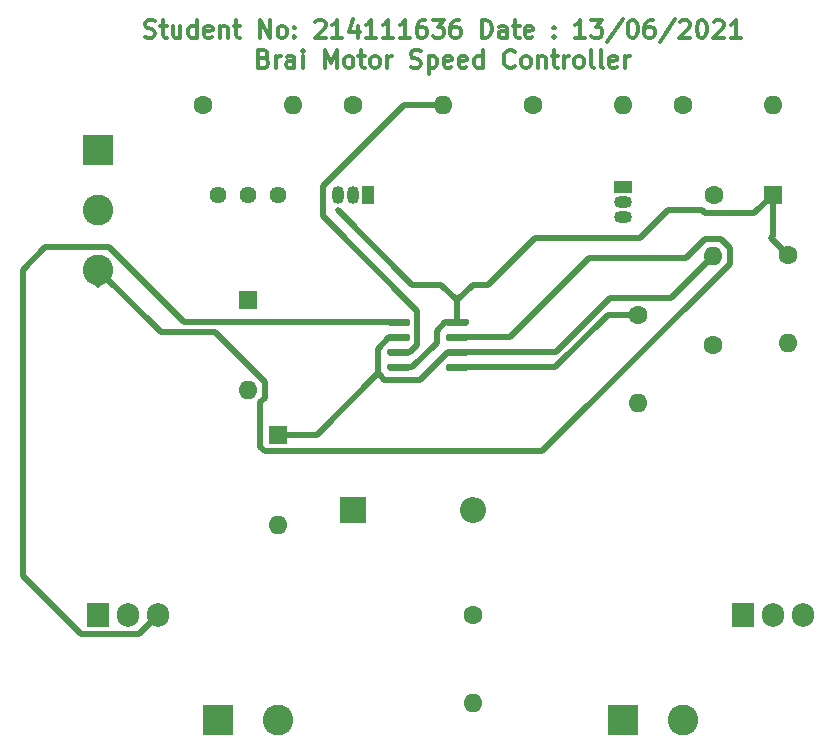
<source format=gtl>
%TF.GenerationSoftware,KiCad,Pcbnew,(5.1.8)-1*%
%TF.CreationDate,2021-07-02T06:17:21+02:00*%
%TF.ProjectId,Assignment2,41737369-676e-46d6-956e-74322e6b6963,rev?*%
%TF.SameCoordinates,Original*%
%TF.FileFunction,Copper,L1,Top*%
%TF.FilePolarity,Positive*%
%FSLAX46Y46*%
G04 Gerber Fmt 4.6, Leading zero omitted, Abs format (unit mm)*
G04 Created by KiCad (PCBNEW (5.1.8)-1) date 2021-07-02 06:17:21*
%MOMM*%
%LPD*%
G01*
G04 APERTURE LIST*
%TA.AperFunction,NonConductor*%
%ADD10C,0.300000*%
%TD*%
%TA.AperFunction,ComponentPad*%
%ADD11O,1.905000X2.000000*%
%TD*%
%TA.AperFunction,ComponentPad*%
%ADD12R,1.905000X2.000000*%
%TD*%
%TA.AperFunction,ComponentPad*%
%ADD13C,1.600000*%
%TD*%
%TA.AperFunction,ComponentPad*%
%ADD14O,1.600000X1.600000*%
%TD*%
%TA.AperFunction,ComponentPad*%
%ADD15R,1.600000X1.600000*%
%TD*%
%TA.AperFunction,ComponentPad*%
%ADD16R,2.200000X2.200000*%
%TD*%
%TA.AperFunction,ComponentPad*%
%ADD17O,2.200000X2.200000*%
%TD*%
%TA.AperFunction,ComponentPad*%
%ADD18O,1.050000X1.500000*%
%TD*%
%TA.AperFunction,ComponentPad*%
%ADD19R,1.050000X1.500000*%
%TD*%
%TA.AperFunction,ComponentPad*%
%ADD20R,1.500000X1.050000*%
%TD*%
%TA.AperFunction,ComponentPad*%
%ADD21O,1.500000X1.050000*%
%TD*%
%TA.AperFunction,ComponentPad*%
%ADD22C,1.440000*%
%TD*%
%TA.AperFunction,ComponentPad*%
%ADD23C,2.600000*%
%TD*%
%TA.AperFunction,ComponentPad*%
%ADD24R,2.600000X2.600000*%
%TD*%
%TA.AperFunction,Conductor*%
%ADD25C,0.508000*%
%TD*%
G04 APERTURE END LIST*
D10*
X87235714Y-39972142D02*
X87450000Y-40043571D01*
X87807142Y-40043571D01*
X87950000Y-39972142D01*
X88021428Y-39900714D01*
X88092857Y-39757857D01*
X88092857Y-39615000D01*
X88021428Y-39472142D01*
X87950000Y-39400714D01*
X87807142Y-39329285D01*
X87521428Y-39257857D01*
X87378571Y-39186428D01*
X87307142Y-39115000D01*
X87235714Y-38972142D01*
X87235714Y-38829285D01*
X87307142Y-38686428D01*
X87378571Y-38615000D01*
X87521428Y-38543571D01*
X87878571Y-38543571D01*
X88092857Y-38615000D01*
X88521428Y-39043571D02*
X89092857Y-39043571D01*
X88735714Y-38543571D02*
X88735714Y-39829285D01*
X88807142Y-39972142D01*
X88950000Y-40043571D01*
X89092857Y-40043571D01*
X90235714Y-39043571D02*
X90235714Y-40043571D01*
X89592857Y-39043571D02*
X89592857Y-39829285D01*
X89664285Y-39972142D01*
X89807142Y-40043571D01*
X90021428Y-40043571D01*
X90164285Y-39972142D01*
X90235714Y-39900714D01*
X91592857Y-40043571D02*
X91592857Y-38543571D01*
X91592857Y-39972142D02*
X91450000Y-40043571D01*
X91164285Y-40043571D01*
X91021428Y-39972142D01*
X90950000Y-39900714D01*
X90878571Y-39757857D01*
X90878571Y-39329285D01*
X90950000Y-39186428D01*
X91021428Y-39115000D01*
X91164285Y-39043571D01*
X91450000Y-39043571D01*
X91592857Y-39115000D01*
X92878571Y-39972142D02*
X92735714Y-40043571D01*
X92450000Y-40043571D01*
X92307142Y-39972142D01*
X92235714Y-39829285D01*
X92235714Y-39257857D01*
X92307142Y-39115000D01*
X92450000Y-39043571D01*
X92735714Y-39043571D01*
X92878571Y-39115000D01*
X92950000Y-39257857D01*
X92950000Y-39400714D01*
X92235714Y-39543571D01*
X93592857Y-39043571D02*
X93592857Y-40043571D01*
X93592857Y-39186428D02*
X93664285Y-39115000D01*
X93807142Y-39043571D01*
X94021428Y-39043571D01*
X94164285Y-39115000D01*
X94235714Y-39257857D01*
X94235714Y-40043571D01*
X94735714Y-39043571D02*
X95307142Y-39043571D01*
X94950000Y-38543571D02*
X94950000Y-39829285D01*
X95021428Y-39972142D01*
X95164285Y-40043571D01*
X95307142Y-40043571D01*
X96950000Y-40043571D02*
X96950000Y-38543571D01*
X97807142Y-40043571D01*
X97807142Y-38543571D01*
X98735714Y-40043571D02*
X98592857Y-39972142D01*
X98521428Y-39900714D01*
X98450000Y-39757857D01*
X98450000Y-39329285D01*
X98521428Y-39186428D01*
X98592857Y-39115000D01*
X98735714Y-39043571D01*
X98950000Y-39043571D01*
X99092857Y-39115000D01*
X99164285Y-39186428D01*
X99235714Y-39329285D01*
X99235714Y-39757857D01*
X99164285Y-39900714D01*
X99092857Y-39972142D01*
X98950000Y-40043571D01*
X98735714Y-40043571D01*
X99878571Y-39900714D02*
X99950000Y-39972142D01*
X99878571Y-40043571D01*
X99807142Y-39972142D01*
X99878571Y-39900714D01*
X99878571Y-40043571D01*
X99878571Y-39115000D02*
X99950000Y-39186428D01*
X99878571Y-39257857D01*
X99807142Y-39186428D01*
X99878571Y-39115000D01*
X99878571Y-39257857D01*
X101664285Y-38686428D02*
X101735714Y-38615000D01*
X101878571Y-38543571D01*
X102235714Y-38543571D01*
X102378571Y-38615000D01*
X102450000Y-38686428D01*
X102521428Y-38829285D01*
X102521428Y-38972142D01*
X102450000Y-39186428D01*
X101592857Y-40043571D01*
X102521428Y-40043571D01*
X103950000Y-40043571D02*
X103092857Y-40043571D01*
X103521428Y-40043571D02*
X103521428Y-38543571D01*
X103378571Y-38757857D01*
X103235714Y-38900714D01*
X103092857Y-38972142D01*
X105235714Y-39043571D02*
X105235714Y-40043571D01*
X104878571Y-38472142D02*
X104521428Y-39543571D01*
X105450000Y-39543571D01*
X106807142Y-40043571D02*
X105950000Y-40043571D01*
X106378571Y-40043571D02*
X106378571Y-38543571D01*
X106235714Y-38757857D01*
X106092857Y-38900714D01*
X105950000Y-38972142D01*
X108235714Y-40043571D02*
X107378571Y-40043571D01*
X107807142Y-40043571D02*
X107807142Y-38543571D01*
X107664285Y-38757857D01*
X107521428Y-38900714D01*
X107378571Y-38972142D01*
X109664285Y-40043571D02*
X108807142Y-40043571D01*
X109235714Y-40043571D02*
X109235714Y-38543571D01*
X109092857Y-38757857D01*
X108950000Y-38900714D01*
X108807142Y-38972142D01*
X110950000Y-38543571D02*
X110664285Y-38543571D01*
X110521428Y-38615000D01*
X110450000Y-38686428D01*
X110307142Y-38900714D01*
X110235714Y-39186428D01*
X110235714Y-39757857D01*
X110307142Y-39900714D01*
X110378571Y-39972142D01*
X110521428Y-40043571D01*
X110807142Y-40043571D01*
X110950000Y-39972142D01*
X111021428Y-39900714D01*
X111092857Y-39757857D01*
X111092857Y-39400714D01*
X111021428Y-39257857D01*
X110950000Y-39186428D01*
X110807142Y-39115000D01*
X110521428Y-39115000D01*
X110378571Y-39186428D01*
X110307142Y-39257857D01*
X110235714Y-39400714D01*
X111592857Y-38543571D02*
X112521428Y-38543571D01*
X112021428Y-39115000D01*
X112235714Y-39115000D01*
X112378571Y-39186428D01*
X112450000Y-39257857D01*
X112521428Y-39400714D01*
X112521428Y-39757857D01*
X112450000Y-39900714D01*
X112378571Y-39972142D01*
X112235714Y-40043571D01*
X111807142Y-40043571D01*
X111664285Y-39972142D01*
X111592857Y-39900714D01*
X113807142Y-38543571D02*
X113521428Y-38543571D01*
X113378571Y-38615000D01*
X113307142Y-38686428D01*
X113164285Y-38900714D01*
X113092857Y-39186428D01*
X113092857Y-39757857D01*
X113164285Y-39900714D01*
X113235714Y-39972142D01*
X113378571Y-40043571D01*
X113664285Y-40043571D01*
X113807142Y-39972142D01*
X113878571Y-39900714D01*
X113950000Y-39757857D01*
X113950000Y-39400714D01*
X113878571Y-39257857D01*
X113807142Y-39186428D01*
X113664285Y-39115000D01*
X113378571Y-39115000D01*
X113235714Y-39186428D01*
X113164285Y-39257857D01*
X113092857Y-39400714D01*
X115735714Y-40043571D02*
X115735714Y-38543571D01*
X116092857Y-38543571D01*
X116307142Y-38615000D01*
X116450000Y-38757857D01*
X116521428Y-38900714D01*
X116592857Y-39186428D01*
X116592857Y-39400714D01*
X116521428Y-39686428D01*
X116450000Y-39829285D01*
X116307142Y-39972142D01*
X116092857Y-40043571D01*
X115735714Y-40043571D01*
X117878571Y-40043571D02*
X117878571Y-39257857D01*
X117807142Y-39115000D01*
X117664285Y-39043571D01*
X117378571Y-39043571D01*
X117235714Y-39115000D01*
X117878571Y-39972142D02*
X117735714Y-40043571D01*
X117378571Y-40043571D01*
X117235714Y-39972142D01*
X117164285Y-39829285D01*
X117164285Y-39686428D01*
X117235714Y-39543571D01*
X117378571Y-39472142D01*
X117735714Y-39472142D01*
X117878571Y-39400714D01*
X118378571Y-39043571D02*
X118950000Y-39043571D01*
X118592857Y-38543571D02*
X118592857Y-39829285D01*
X118664285Y-39972142D01*
X118807142Y-40043571D01*
X118950000Y-40043571D01*
X120021428Y-39972142D02*
X119878571Y-40043571D01*
X119592857Y-40043571D01*
X119450000Y-39972142D01*
X119378571Y-39829285D01*
X119378571Y-39257857D01*
X119450000Y-39115000D01*
X119592857Y-39043571D01*
X119878571Y-39043571D01*
X120021428Y-39115000D01*
X120092857Y-39257857D01*
X120092857Y-39400714D01*
X119378571Y-39543571D01*
X121878571Y-39900714D02*
X121950000Y-39972142D01*
X121878571Y-40043571D01*
X121807142Y-39972142D01*
X121878571Y-39900714D01*
X121878571Y-40043571D01*
X121878571Y-39115000D02*
X121950000Y-39186428D01*
X121878571Y-39257857D01*
X121807142Y-39186428D01*
X121878571Y-39115000D01*
X121878571Y-39257857D01*
X124521428Y-40043571D02*
X123664285Y-40043571D01*
X124092857Y-40043571D02*
X124092857Y-38543571D01*
X123950000Y-38757857D01*
X123807142Y-38900714D01*
X123664285Y-38972142D01*
X125021428Y-38543571D02*
X125950000Y-38543571D01*
X125450000Y-39115000D01*
X125664285Y-39115000D01*
X125807142Y-39186428D01*
X125878571Y-39257857D01*
X125950000Y-39400714D01*
X125950000Y-39757857D01*
X125878571Y-39900714D01*
X125807142Y-39972142D01*
X125664285Y-40043571D01*
X125235714Y-40043571D01*
X125092857Y-39972142D01*
X125021428Y-39900714D01*
X127664285Y-38472142D02*
X126378571Y-40400714D01*
X128450000Y-38543571D02*
X128592857Y-38543571D01*
X128735714Y-38615000D01*
X128807142Y-38686428D01*
X128878571Y-38829285D01*
X128950000Y-39115000D01*
X128950000Y-39472142D01*
X128878571Y-39757857D01*
X128807142Y-39900714D01*
X128735714Y-39972142D01*
X128592857Y-40043571D01*
X128450000Y-40043571D01*
X128307142Y-39972142D01*
X128235714Y-39900714D01*
X128164285Y-39757857D01*
X128092857Y-39472142D01*
X128092857Y-39115000D01*
X128164285Y-38829285D01*
X128235714Y-38686428D01*
X128307142Y-38615000D01*
X128450000Y-38543571D01*
X130235714Y-38543571D02*
X129950000Y-38543571D01*
X129807142Y-38615000D01*
X129735714Y-38686428D01*
X129592857Y-38900714D01*
X129521428Y-39186428D01*
X129521428Y-39757857D01*
X129592857Y-39900714D01*
X129664285Y-39972142D01*
X129807142Y-40043571D01*
X130092857Y-40043571D01*
X130235714Y-39972142D01*
X130307142Y-39900714D01*
X130378571Y-39757857D01*
X130378571Y-39400714D01*
X130307142Y-39257857D01*
X130235714Y-39186428D01*
X130092857Y-39115000D01*
X129807142Y-39115000D01*
X129664285Y-39186428D01*
X129592857Y-39257857D01*
X129521428Y-39400714D01*
X132092857Y-38472142D02*
X130807142Y-40400714D01*
X132521428Y-38686428D02*
X132592857Y-38615000D01*
X132735714Y-38543571D01*
X133092857Y-38543571D01*
X133235714Y-38615000D01*
X133307142Y-38686428D01*
X133378571Y-38829285D01*
X133378571Y-38972142D01*
X133307142Y-39186428D01*
X132450000Y-40043571D01*
X133378571Y-40043571D01*
X134307142Y-38543571D02*
X134450000Y-38543571D01*
X134592857Y-38615000D01*
X134664285Y-38686428D01*
X134735714Y-38829285D01*
X134807142Y-39115000D01*
X134807142Y-39472142D01*
X134735714Y-39757857D01*
X134664285Y-39900714D01*
X134592857Y-39972142D01*
X134450000Y-40043571D01*
X134307142Y-40043571D01*
X134164285Y-39972142D01*
X134092857Y-39900714D01*
X134021428Y-39757857D01*
X133950000Y-39472142D01*
X133950000Y-39115000D01*
X134021428Y-38829285D01*
X134092857Y-38686428D01*
X134164285Y-38615000D01*
X134307142Y-38543571D01*
X135378571Y-38686428D02*
X135450000Y-38615000D01*
X135592857Y-38543571D01*
X135950000Y-38543571D01*
X136092857Y-38615000D01*
X136164285Y-38686428D01*
X136235714Y-38829285D01*
X136235714Y-38972142D01*
X136164285Y-39186428D01*
X135307142Y-40043571D01*
X136235714Y-40043571D01*
X137664285Y-40043571D02*
X136807142Y-40043571D01*
X137235714Y-40043571D02*
X137235714Y-38543571D01*
X137092857Y-38757857D01*
X136950000Y-38900714D01*
X136807142Y-38972142D01*
X97307142Y-41807857D02*
X97521428Y-41879285D01*
X97592857Y-41950714D01*
X97664285Y-42093571D01*
X97664285Y-42307857D01*
X97592857Y-42450714D01*
X97521428Y-42522142D01*
X97378571Y-42593571D01*
X96807142Y-42593571D01*
X96807142Y-41093571D01*
X97307142Y-41093571D01*
X97449999Y-41165000D01*
X97521428Y-41236428D01*
X97592857Y-41379285D01*
X97592857Y-41522142D01*
X97521428Y-41665000D01*
X97449999Y-41736428D01*
X97307142Y-41807857D01*
X96807142Y-41807857D01*
X98307142Y-42593571D02*
X98307142Y-41593571D01*
X98307142Y-41879285D02*
X98378571Y-41736428D01*
X98449999Y-41665000D01*
X98592857Y-41593571D01*
X98735714Y-41593571D01*
X99878571Y-42593571D02*
X99878571Y-41807857D01*
X99807142Y-41665000D01*
X99664285Y-41593571D01*
X99378571Y-41593571D01*
X99235714Y-41665000D01*
X99878571Y-42522142D02*
X99735714Y-42593571D01*
X99378571Y-42593571D01*
X99235714Y-42522142D01*
X99164285Y-42379285D01*
X99164285Y-42236428D01*
X99235714Y-42093571D01*
X99378571Y-42022142D01*
X99735714Y-42022142D01*
X99878571Y-41950714D01*
X100592857Y-42593571D02*
X100592857Y-41593571D01*
X100592857Y-41093571D02*
X100521428Y-41165000D01*
X100592857Y-41236428D01*
X100664285Y-41165000D01*
X100592857Y-41093571D01*
X100592857Y-41236428D01*
X102449999Y-42593571D02*
X102449999Y-41093571D01*
X102949999Y-42165000D01*
X103449999Y-41093571D01*
X103449999Y-42593571D01*
X104378571Y-42593571D02*
X104235714Y-42522142D01*
X104164285Y-42450714D01*
X104092857Y-42307857D01*
X104092857Y-41879285D01*
X104164285Y-41736428D01*
X104235714Y-41665000D01*
X104378571Y-41593571D01*
X104592857Y-41593571D01*
X104735714Y-41665000D01*
X104807142Y-41736428D01*
X104878571Y-41879285D01*
X104878571Y-42307857D01*
X104807142Y-42450714D01*
X104735714Y-42522142D01*
X104592857Y-42593571D01*
X104378571Y-42593571D01*
X105307142Y-41593571D02*
X105878571Y-41593571D01*
X105521428Y-41093571D02*
X105521428Y-42379285D01*
X105592857Y-42522142D01*
X105735714Y-42593571D01*
X105878571Y-42593571D01*
X106592857Y-42593571D02*
X106449999Y-42522142D01*
X106378571Y-42450714D01*
X106307142Y-42307857D01*
X106307142Y-41879285D01*
X106378571Y-41736428D01*
X106449999Y-41665000D01*
X106592857Y-41593571D01*
X106807142Y-41593571D01*
X106949999Y-41665000D01*
X107021428Y-41736428D01*
X107092857Y-41879285D01*
X107092857Y-42307857D01*
X107021428Y-42450714D01*
X106949999Y-42522142D01*
X106807142Y-42593571D01*
X106592857Y-42593571D01*
X107735714Y-42593571D02*
X107735714Y-41593571D01*
X107735714Y-41879285D02*
X107807142Y-41736428D01*
X107878571Y-41665000D01*
X108021428Y-41593571D01*
X108164285Y-41593571D01*
X109735714Y-42522142D02*
X109949999Y-42593571D01*
X110307142Y-42593571D01*
X110449999Y-42522142D01*
X110521428Y-42450714D01*
X110592857Y-42307857D01*
X110592857Y-42165000D01*
X110521428Y-42022142D01*
X110449999Y-41950714D01*
X110307142Y-41879285D01*
X110021428Y-41807857D01*
X109878571Y-41736428D01*
X109807142Y-41665000D01*
X109735714Y-41522142D01*
X109735714Y-41379285D01*
X109807142Y-41236428D01*
X109878571Y-41165000D01*
X110021428Y-41093571D01*
X110378571Y-41093571D01*
X110592857Y-41165000D01*
X111235714Y-41593571D02*
X111235714Y-43093571D01*
X111235714Y-41665000D02*
X111378571Y-41593571D01*
X111664285Y-41593571D01*
X111807142Y-41665000D01*
X111878571Y-41736428D01*
X111949999Y-41879285D01*
X111949999Y-42307857D01*
X111878571Y-42450714D01*
X111807142Y-42522142D01*
X111664285Y-42593571D01*
X111378571Y-42593571D01*
X111235714Y-42522142D01*
X113164285Y-42522142D02*
X113021428Y-42593571D01*
X112735714Y-42593571D01*
X112592857Y-42522142D01*
X112521428Y-42379285D01*
X112521428Y-41807857D01*
X112592857Y-41665000D01*
X112735714Y-41593571D01*
X113021428Y-41593571D01*
X113164285Y-41665000D01*
X113235714Y-41807857D01*
X113235714Y-41950714D01*
X112521428Y-42093571D01*
X114449999Y-42522142D02*
X114307142Y-42593571D01*
X114021428Y-42593571D01*
X113878571Y-42522142D01*
X113807142Y-42379285D01*
X113807142Y-41807857D01*
X113878571Y-41665000D01*
X114021428Y-41593571D01*
X114307142Y-41593571D01*
X114449999Y-41665000D01*
X114521428Y-41807857D01*
X114521428Y-41950714D01*
X113807142Y-42093571D01*
X115807142Y-42593571D02*
X115807142Y-41093571D01*
X115807142Y-42522142D02*
X115664285Y-42593571D01*
X115378571Y-42593571D01*
X115235714Y-42522142D01*
X115164285Y-42450714D01*
X115092857Y-42307857D01*
X115092857Y-41879285D01*
X115164285Y-41736428D01*
X115235714Y-41665000D01*
X115378571Y-41593571D01*
X115664285Y-41593571D01*
X115807142Y-41665000D01*
X118521428Y-42450714D02*
X118449999Y-42522142D01*
X118235714Y-42593571D01*
X118092857Y-42593571D01*
X117878571Y-42522142D01*
X117735714Y-42379285D01*
X117664285Y-42236428D01*
X117592857Y-41950714D01*
X117592857Y-41736428D01*
X117664285Y-41450714D01*
X117735714Y-41307857D01*
X117878571Y-41165000D01*
X118092857Y-41093571D01*
X118235714Y-41093571D01*
X118449999Y-41165000D01*
X118521428Y-41236428D01*
X119378571Y-42593571D02*
X119235714Y-42522142D01*
X119164285Y-42450714D01*
X119092857Y-42307857D01*
X119092857Y-41879285D01*
X119164285Y-41736428D01*
X119235714Y-41665000D01*
X119378571Y-41593571D01*
X119592857Y-41593571D01*
X119735714Y-41665000D01*
X119807142Y-41736428D01*
X119878571Y-41879285D01*
X119878571Y-42307857D01*
X119807142Y-42450714D01*
X119735714Y-42522142D01*
X119592857Y-42593571D01*
X119378571Y-42593571D01*
X120521428Y-41593571D02*
X120521428Y-42593571D01*
X120521428Y-41736428D02*
X120592857Y-41665000D01*
X120735714Y-41593571D01*
X120949999Y-41593571D01*
X121092857Y-41665000D01*
X121164285Y-41807857D01*
X121164285Y-42593571D01*
X121664285Y-41593571D02*
X122235714Y-41593571D01*
X121878571Y-41093571D02*
X121878571Y-42379285D01*
X121949999Y-42522142D01*
X122092857Y-42593571D01*
X122235714Y-42593571D01*
X122735714Y-42593571D02*
X122735714Y-41593571D01*
X122735714Y-41879285D02*
X122807142Y-41736428D01*
X122878571Y-41665000D01*
X123021428Y-41593571D01*
X123164285Y-41593571D01*
X123878571Y-42593571D02*
X123735714Y-42522142D01*
X123664285Y-42450714D01*
X123592857Y-42307857D01*
X123592857Y-41879285D01*
X123664285Y-41736428D01*
X123735714Y-41665000D01*
X123878571Y-41593571D01*
X124092857Y-41593571D01*
X124235714Y-41665000D01*
X124307142Y-41736428D01*
X124378571Y-41879285D01*
X124378571Y-42307857D01*
X124307142Y-42450714D01*
X124235714Y-42522142D01*
X124092857Y-42593571D01*
X123878571Y-42593571D01*
X125235714Y-42593571D02*
X125092857Y-42522142D01*
X125021428Y-42379285D01*
X125021428Y-41093571D01*
X126021428Y-42593571D02*
X125878571Y-42522142D01*
X125807142Y-42379285D01*
X125807142Y-41093571D01*
X127164285Y-42522142D02*
X127021428Y-42593571D01*
X126735714Y-42593571D01*
X126592857Y-42522142D01*
X126521428Y-42379285D01*
X126521428Y-41807857D01*
X126592857Y-41665000D01*
X126735714Y-41593571D01*
X127021428Y-41593571D01*
X127164285Y-41665000D01*
X127235714Y-41807857D01*
X127235714Y-41950714D01*
X126521428Y-42093571D01*
X127878571Y-42593571D02*
X127878571Y-41593571D01*
X127878571Y-41879285D02*
X127950000Y-41736428D01*
X128021428Y-41665000D01*
X128164285Y-41593571D01*
X128307142Y-41593571D01*
D11*
%TO.P,Q3,3*%
%TO.N,0*%
X88320000Y-88900000D03*
%TO.P,Q3,2*%
%TO.N,Net-(C5-Pad2)*%
X85780000Y-88900000D03*
D12*
%TO.P,Q3,1*%
%TO.N,Net-(Q3-Pad1)*%
X83240000Y-88900000D03*
%TD*%
D11*
%TO.P,IC2,3*%
%TO.N,+9V*%
X142930000Y-88900000D03*
%TO.P,IC2,2*%
%TO.N,0*%
X140390000Y-88900000D03*
D12*
%TO.P,IC2,1*%
%TO.N,Net-(Battery1-Pad1)*%
X137850000Y-88900000D03*
%TD*%
D13*
%TO.P,C3,1*%
%TO.N,0*%
X135310000Y-66040000D03*
D14*
%TO.P,C3,2*%
%TO.N,Net-(C3-Pad2)*%
X135310000Y-58540000D03*
%TD*%
D13*
%TO.P,C2,1*%
%TO.N,Net-(C2-Pad1)*%
X128960000Y-63500000D03*
D14*
%TO.P,C2,2*%
%TO.N,0*%
X128960000Y-71000000D03*
%TD*%
%TO.P,C1,2*%
%TO.N,0*%
X141660000Y-65920000D03*
D13*
%TO.P,C1,1*%
%TO.N,+9V*%
X141660000Y-58420000D03*
%TD*%
D14*
%TO.P,C5,2*%
%TO.N,Net-(C5-Pad2)*%
X114990000Y-96400000D03*
D13*
%TO.P,C5,1*%
%TO.N,Net-(Battery1-Pad1)*%
X114990000Y-88900000D03*
%TD*%
D15*
%TO.P,C4,1*%
%TO.N,+9V*%
X140390000Y-53340000D03*
D13*
%TO.P,C4,2*%
%TO.N,0*%
X135390000Y-53340000D03*
%TD*%
D14*
%TO.P,D1,2*%
%TO.N,Net-(D1-Pad2)*%
X98480000Y-81280000D03*
D15*
%TO.P,D1,1*%
%TO.N,Net-(C3-Pad2)*%
X98480000Y-73660000D03*
%TD*%
%TO.P,D2,1*%
%TO.N,Net-(D2-Pad1)*%
X95940000Y-62230000D03*
D14*
%TO.P,D2,2*%
%TO.N,Net-(C3-Pad2)*%
X95940000Y-69850000D03*
%TD*%
D16*
%TO.P,D3,1*%
%TO.N,Net-(Battery1-Pad1)*%
X104830000Y-80010000D03*
D17*
%TO.P,D3,2*%
%TO.N,Net-(C5-Pad2)*%
X114990000Y-80010000D03*
%TD*%
%TO.P,IC1,1*%
%TO.N,0*%
%TA.AperFunction,SMDPad,CuDef*%
G36*
G01*
X107730000Y-64285000D02*
X107730000Y-63985000D01*
G75*
G02*
X107880000Y-63835000I150000J0D01*
G01*
X109530000Y-63835000D01*
G75*
G02*
X109680000Y-63985000I0J-150000D01*
G01*
X109680000Y-64285000D01*
G75*
G02*
X109530000Y-64435000I-150000J0D01*
G01*
X107880000Y-64435000D01*
G75*
G02*
X107730000Y-64285000I0J150000D01*
G01*
G37*
%TD.AperFunction*%
%TO.P,IC1,2*%
%TO.N,Net-(C3-Pad2)*%
%TA.AperFunction,SMDPad,CuDef*%
G36*
G01*
X107730000Y-65555000D02*
X107730000Y-65255000D01*
G75*
G02*
X107880000Y-65105000I150000J0D01*
G01*
X109530000Y-65105000D01*
G75*
G02*
X109680000Y-65255000I0J-150000D01*
G01*
X109680000Y-65555000D01*
G75*
G02*
X109530000Y-65705000I-150000J0D01*
G01*
X107880000Y-65705000D01*
G75*
G02*
X107730000Y-65555000I0J150000D01*
G01*
G37*
%TD.AperFunction*%
%TO.P,IC1,3*%
%TO.N,Net-(IC1-Pad3)*%
%TA.AperFunction,SMDPad,CuDef*%
G36*
G01*
X107730000Y-66825000D02*
X107730000Y-66525000D01*
G75*
G02*
X107880000Y-66375000I150000J0D01*
G01*
X109530000Y-66375000D01*
G75*
G02*
X109680000Y-66525000I0J-150000D01*
G01*
X109680000Y-66825000D01*
G75*
G02*
X109530000Y-66975000I-150000J0D01*
G01*
X107880000Y-66975000D01*
G75*
G02*
X107730000Y-66825000I0J150000D01*
G01*
G37*
%TD.AperFunction*%
%TO.P,IC1,4*%
%TO.N,+9V*%
%TA.AperFunction,SMDPad,CuDef*%
G36*
G01*
X107730000Y-68095000D02*
X107730000Y-67795000D01*
G75*
G02*
X107880000Y-67645000I150000J0D01*
G01*
X109530000Y-67645000D01*
G75*
G02*
X109680000Y-67795000I0J-150000D01*
G01*
X109680000Y-68095000D01*
G75*
G02*
X109530000Y-68245000I-150000J0D01*
G01*
X107880000Y-68245000D01*
G75*
G02*
X107730000Y-68095000I0J150000D01*
G01*
G37*
%TD.AperFunction*%
%TO.P,IC1,5*%
%TO.N,Net-(C2-Pad1)*%
%TA.AperFunction,SMDPad,CuDef*%
G36*
G01*
X112680000Y-68095000D02*
X112680000Y-67795000D01*
G75*
G02*
X112830000Y-67645000I150000J0D01*
G01*
X114480000Y-67645000D01*
G75*
G02*
X114630000Y-67795000I0J-150000D01*
G01*
X114630000Y-68095000D01*
G75*
G02*
X114480000Y-68245000I-150000J0D01*
G01*
X112830000Y-68245000D01*
G75*
G02*
X112680000Y-68095000I0J150000D01*
G01*
G37*
%TD.AperFunction*%
%TO.P,IC1,6*%
%TO.N,Net-(C3-Pad2)*%
%TA.AperFunction,SMDPad,CuDef*%
G36*
G01*
X112680000Y-66825000D02*
X112680000Y-66525000D01*
G75*
G02*
X112830000Y-66375000I150000J0D01*
G01*
X114480000Y-66375000D01*
G75*
G02*
X114630000Y-66525000I0J-150000D01*
G01*
X114630000Y-66825000D01*
G75*
G02*
X114480000Y-66975000I-150000J0D01*
G01*
X112830000Y-66975000D01*
G75*
G02*
X112680000Y-66825000I0J150000D01*
G01*
G37*
%TD.AperFunction*%
%TO.P,IC1,7*%
%TO.N,Net-(External_POT1-Pad3)*%
%TA.AperFunction,SMDPad,CuDef*%
G36*
G01*
X112680000Y-65555000D02*
X112680000Y-65255000D01*
G75*
G02*
X112830000Y-65105000I150000J0D01*
G01*
X114480000Y-65105000D01*
G75*
G02*
X114630000Y-65255000I0J-150000D01*
G01*
X114630000Y-65555000D01*
G75*
G02*
X114480000Y-65705000I-150000J0D01*
G01*
X112830000Y-65705000D01*
G75*
G02*
X112680000Y-65555000I0J150000D01*
G01*
G37*
%TD.AperFunction*%
%TO.P,IC1,8*%
%TO.N,+9V*%
%TA.AperFunction,SMDPad,CuDef*%
G36*
G01*
X112680000Y-64285000D02*
X112680000Y-63985000D01*
G75*
G02*
X112830000Y-63835000I150000J0D01*
G01*
X114480000Y-63835000D01*
G75*
G02*
X114630000Y-63985000I0J-150000D01*
G01*
X114630000Y-64285000D01*
G75*
G02*
X114480000Y-64435000I-150000J0D01*
G01*
X112830000Y-64435000D01*
G75*
G02*
X112680000Y-64285000I0J150000D01*
G01*
G37*
%TD.AperFunction*%
%TD*%
D18*
%TO.P,Q1,2*%
%TO.N,Net-(Q1-Pad2)*%
X104830000Y-53340000D03*
%TO.P,Q1,3*%
%TO.N,+9V*%
X103560000Y-53340000D03*
D19*
%TO.P,Q1,1*%
%TO.N,Net-(Q1-Pad1)*%
X106100000Y-53340000D03*
%TD*%
D20*
%TO.P,Q2,1*%
%TO.N,Net-(Q1-Pad1)*%
X127690000Y-52705000D03*
D21*
%TO.P,Q2,3*%
%TO.N,0*%
X127690000Y-55245000D03*
%TO.P,Q2,2*%
%TO.N,Net-(Q1-Pad2)*%
X127690000Y-53975000D03*
%TD*%
D13*
%TO.P,R2,1*%
%TO.N,Net-(External_POT1-Pad3)*%
X92130000Y-45720000D03*
D14*
%TO.P,R2,2*%
%TO.N,+9V*%
X99750000Y-45720000D03*
%TD*%
%TO.P,R3,2*%
%TO.N,Net-(IC1-Pad3)*%
X112450000Y-45720000D03*
D13*
%TO.P,R3,1*%
%TO.N,Net-(Q1-Pad2)*%
X104830000Y-45720000D03*
%TD*%
%TO.P,R4,1*%
%TO.N,Net-(Q1-Pad1)*%
X120070000Y-45720000D03*
D14*
%TO.P,R4,2*%
%TO.N,Net-(Q3-Pad1)*%
X127690000Y-45720000D03*
%TD*%
%TO.P,R5,2*%
%TO.N,0*%
X140390000Y-45720000D03*
D13*
%TO.P,R5,1*%
%TO.N,Net-(Q3-Pad1)*%
X132770000Y-45720000D03*
%TD*%
D22*
%TO.P,R1,1*%
%TO.N,Net-(D1-Pad2)*%
X98480000Y-53340000D03*
%TO.P,R1,2*%
%TO.N,Net-(External_POT1-Pad3)*%
X95940000Y-53340000D03*
%TO.P,R1,3*%
%TO.N,Net-(D2-Pad1)*%
X93400000Y-53340000D03*
%TD*%
D23*
%TO.P,Battery1,2*%
%TO.N,0*%
X132770000Y-97790000D03*
D24*
%TO.P,Battery1,1*%
%TO.N,Net-(Battery1-Pad1)*%
X127690000Y-97790000D03*
%TD*%
%TO.P,External_POT1,1*%
%TO.N,Net-(D1-Pad2)*%
X83240000Y-49530000D03*
D23*
%TO.P,External_POT1,2*%
%TO.N,Net-(D2-Pad1)*%
X83240000Y-54610000D03*
%TO.P,External_POT1,3*%
%TO.N,Net-(External_POT1-Pad3)*%
X83240000Y-59690000D03*
%TD*%
D24*
%TO.P,Motor1,1*%
%TO.N,Net-(Battery1-Pad1)*%
X93400000Y-97790000D03*
D23*
%TO.P,Motor1,2*%
%TO.N,Net-(C5-Pad2)*%
X98480000Y-97790000D03*
%TD*%
D25*
%TO.N,0*%
X78799601Y-57780399D02*
X76890000Y-59690000D01*
X84156609Y-57780399D02*
X78799601Y-57780399D01*
X90511210Y-64135000D02*
X84156609Y-57780399D01*
X108705000Y-64135000D02*
X90511210Y-64135000D01*
X86710390Y-90509610D02*
X88320000Y-88900000D01*
X81799828Y-90509610D02*
X86710390Y-90509610D01*
X76890000Y-85599782D02*
X81799828Y-90509610D01*
X76890000Y-59690000D02*
X76890000Y-85599782D01*
%TO.N,Net-(C2-Pad1)*%
X113655000Y-67945000D02*
X121975000Y-67945000D01*
X126420000Y-63500000D02*
X128960000Y-63500000D01*
X121975000Y-67945000D02*
X126420000Y-63500000D01*
%TO.N,+9V*%
X140390000Y-56805998D02*
X140390000Y-53340000D01*
X140217999Y-56977999D02*
X140390000Y-56805998D01*
X141660000Y-58420000D02*
X140217999Y-56977999D01*
X103542990Y-54627010D02*
X109875980Y-60960000D01*
X112660220Y-64135000D02*
X113655000Y-64135000D01*
X111917990Y-64877230D02*
X112660220Y-64135000D01*
X111917990Y-65873864D02*
X111917990Y-64877230D01*
X109846854Y-67945000D02*
X111917990Y-65873864D01*
X108705000Y-67945000D02*
X109846854Y-67945000D01*
X113655000Y-62295000D02*
X113655000Y-64135000D01*
X112320000Y-60960000D02*
X113655000Y-62295000D01*
X109875980Y-60960000D02*
X112320000Y-60960000D01*
X114990000Y-60960000D02*
X113655000Y-62295000D01*
X116260000Y-60960000D02*
X114990000Y-60960000D01*
X120242001Y-56977999D02*
X116260000Y-60960000D01*
X120242001Y-56977999D02*
X129132001Y-56977999D01*
X129132001Y-56977999D02*
X131500000Y-54610000D01*
X138827999Y-54902001D02*
X140390000Y-53340000D01*
X134640239Y-54902001D02*
X138827999Y-54902001D01*
X134348238Y-54610000D02*
X134640239Y-54902001D01*
X131500000Y-54610000D02*
X134348238Y-54610000D01*
%TO.N,Net-(IC1-Pad3)*%
X110289610Y-66065390D02*
X109680000Y-66675000D01*
X110289610Y-63181465D02*
X110289610Y-66065390D01*
X102272990Y-55164845D02*
X110289610Y-63181465D01*
X102272990Y-52581904D02*
X102272990Y-55164845D01*
X109134894Y-45720000D02*
X102272990Y-52581904D01*
X109680000Y-66675000D02*
X108705000Y-66675000D01*
X112450000Y-45720000D02*
X109134894Y-45720000D01*
%TO.N,Net-(External_POT1-Pad3)*%
X135986609Y-57130399D02*
X136719601Y-57863391D01*
X136719601Y-57863391D02*
X136719601Y-59216609D01*
X134633391Y-57130399D02*
X135986609Y-57130399D01*
X133035517Y-58728273D02*
X134633391Y-57130399D01*
X120866609Y-75069601D02*
X97349601Y-75069601D01*
X124841727Y-58728273D02*
X133035517Y-58728273D01*
X118165000Y-65405000D02*
X124841727Y-58728273D01*
X136719601Y-59216609D02*
X120866609Y-75069601D01*
X113655000Y-65405000D02*
X118165000Y-65405000D01*
X83240000Y-60960000D02*
X83240000Y-59690000D01*
X93174820Y-64998610D02*
X88548610Y-64998610D01*
X97349601Y-69173391D02*
X93174820Y-64998610D01*
X97349601Y-70526609D02*
X97349601Y-69173391D01*
X96983105Y-70893105D02*
X97349601Y-70526609D01*
X96983105Y-74703105D02*
X96983105Y-70893105D01*
X88548610Y-64998610D02*
X83240000Y-59690000D01*
X97349601Y-75069601D02*
X96983105Y-74703105D01*
%TO.N,Net-(C3-Pad2)*%
X110543738Y-69007010D02*
X112875748Y-66675000D01*
X107502230Y-69007010D02*
X110543738Y-69007010D01*
X106967990Y-66362758D02*
X106967990Y-68472770D01*
X112875748Y-66675000D02*
X113655000Y-66675000D01*
X114630000Y-66675000D02*
X113655000Y-66675000D01*
X106967990Y-68472770D02*
X107222610Y-68727390D01*
X107222610Y-68727390D02*
X107502230Y-69007010D01*
X101780760Y-73660000D02*
X106967990Y-68472770D01*
X98480000Y-73660000D02*
X101780760Y-73660000D01*
X113655000Y-66675000D02*
X122023672Y-66675000D01*
X126062282Y-62636390D02*
X126062282Y-62587718D01*
X122023672Y-66675000D02*
X126062282Y-62636390D01*
X131759601Y-62090399D02*
X135310000Y-58540000D01*
X126559601Y-62090399D02*
X131759601Y-62090399D01*
X126062282Y-62587718D02*
X126559601Y-62090399D01*
X107925748Y-65405000D02*
X108705000Y-65405000D01*
X106967990Y-66362758D02*
X107925748Y-65405000D01*
%TD*%
M02*

</source>
